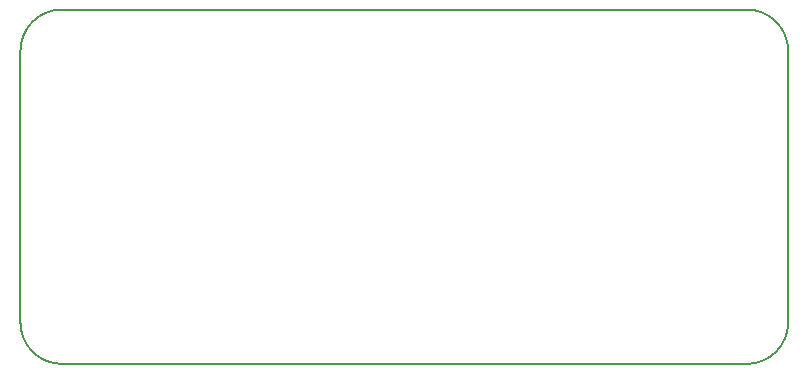
<source format=gbr>
%TF.GenerationSoftware,KiCad,Pcbnew,8.0.1-8.0.1-1~ubuntu22.04.1*%
%TF.CreationDate,2024-04-04T08:17:27+02:00*%
%TF.ProjectId,Ingenuity,496e6765-6e75-4697-9479-2e6b69636164,rev?*%
%TF.SameCoordinates,Original*%
%TF.FileFunction,Profile,NP*%
%FSLAX46Y46*%
G04 Gerber Fmt 4.6, Leading zero omitted, Abs format (unit mm)*
G04 Created by KiCad (PCBNEW 8.0.1-8.0.1-1~ubuntu22.04.1) date 2024-04-04 08:17:27*
%MOMM*%
%LPD*%
G01*
G04 APERTURE LIST*
%TA.AperFunction,Profile*%
%ADD10C,0.200000*%
%TD*%
G04 APERTURE END LIST*
D10*
X211000000Y-50000000D02*
X211000000Y-73000000D01*
X146000000Y-50000000D02*
G75*
G02*
X149500000Y-46500000I3500000J0D01*
G01*
X149500000Y-76500000D02*
X207500000Y-76500000D01*
X146000000Y-50000000D02*
X146000000Y-73000000D01*
X207500000Y-46500000D02*
G75*
G02*
X211000000Y-50000000I0J-3500000D01*
G01*
X149500000Y-76500000D02*
G75*
G02*
X146000000Y-73000000I0J3500000D01*
G01*
X149500000Y-46500000D02*
X207500000Y-46500000D01*
X211000000Y-73000000D02*
G75*
G02*
X207500000Y-76500000I-3500000J0D01*
G01*
M02*

</source>
